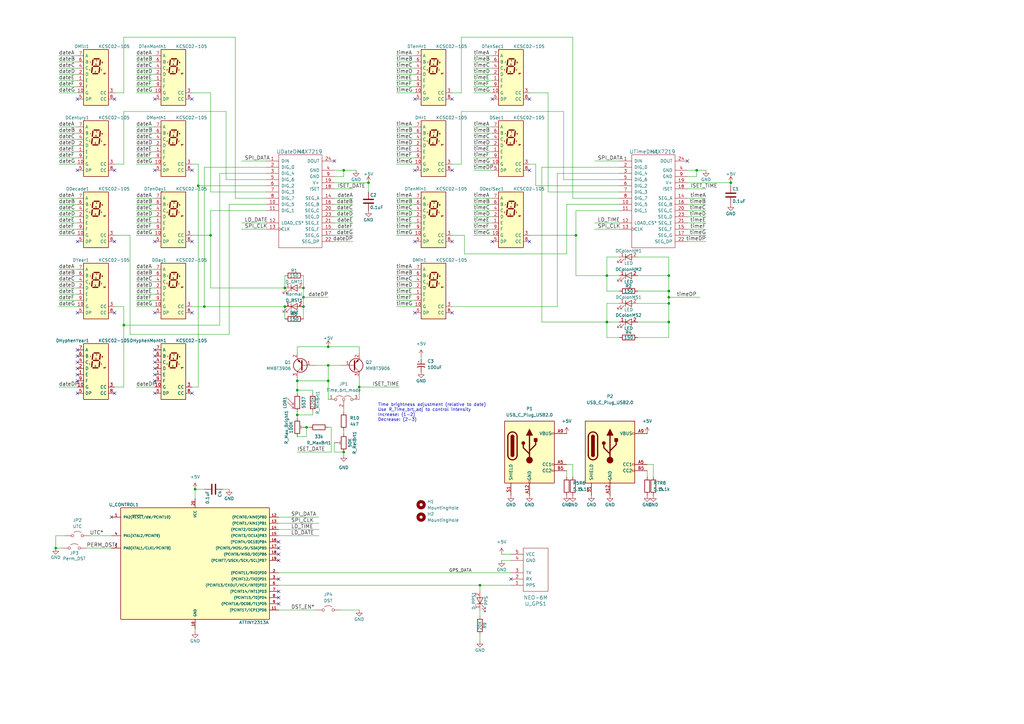
<source format=kicad_sch>
(kicad_sch (version 20231120) (generator "eeschema") (generator_version "8.0")
  (paper "A3")
  (junction (at 116.84 118.11))
  (junction (at 274.32 121.92))
  (junction (at 124.46 118.11))
  (junction (at 124.46 121.92))
  (junction (at 121.92 170.18))
  (junction (at 236.22 96.52))
  (junction (at 196.85 240.03))
  (junction (at 83.82 125.73))
  (junction (at 22.86 224.79))
  (junction (at 151.13 74.93))
  (junction (at 80.01 200.66))
  (junction (at 147.32 158.75))
  (junction (at 121.92 160.02))
  (junction (at 274.32 119.38))
  (junction (at 134.62 142.24))
  (junction (at 50.8 133.35))
  (junction (at 140.97 69.85))
  (junction (at 125.73 175.26))
  (junction (at 124.46 125.73))
  (junction (at 274.32 113.03))
  (junction (at 248.92 132.08))
  (junction (at 134.62 149.86))
  (junction (at 81.28 76.2))
  (junction (at 86.36 96.52))
  (junction (at 140.97 185.42))
  (junction (at 285.75 69.85))
  (junction (at 274.32 124.46))
  (junction (at 116.84 125.73))
  (junction (at 274.32 132.08))
  (junction (at 248.92 113.03))
  (junction (at 134.62 156.21))
  (junction (at 121.92 156.21))
  (junction (at 299.72 74.93))
  (no_connect (at 63.5 128.27))
  (no_connect (at 63.5 146.05))
  (no_connect (at 31.75 40.64))
  (no_connect (at 46.99 99.06))
  (no_connect (at 78.74 161.29))
  (no_connect (at 46.99 128.27))
  (no_connect (at 31.75 128.27))
  (no_connect (at 78.74 69.85))
  (no_connect (at 78.74 99.06))
  (no_connect (at 63.5 99.06))
  (no_connect (at 114.3 242.57))
  (no_connect (at 185.42 128.27))
  (no_connect (at 63.5 161.29))
  (no_connect (at 217.17 69.85))
  (no_connect (at 114.3 229.87))
  (no_connect (at 31.75 69.85))
  (no_connect (at 45.72 212.09))
  (no_connect (at 185.42 40.64))
  (no_connect (at 31.75 143.51))
  (no_connect (at 63.5 151.13))
  (no_connect (at 114.3 247.65))
  (no_connect (at 281.94 66.04))
  (no_connect (at 185.42 99.06))
  (no_connect (at 78.74 40.64))
  (no_connect (at 170.18 99.06))
  (no_connect (at 78.74 128.27))
  (no_connect (at 114.3 237.49))
  (no_connect (at 114.3 227.33))
  (no_connect (at 114.3 245.11))
  (no_connect (at 31.75 148.59))
  (no_connect (at 31.75 151.13))
  (no_connect (at 63.5 69.85))
  (no_connect (at 31.75 99.06))
  (no_connect (at 63.5 153.67))
  (no_connect (at 63.5 40.64))
  (no_connect (at 137.16 66.04))
  (no_connect (at 31.75 146.05))
  (no_connect (at 46.99 69.85))
  (no_connect (at 217.17 40.64))
  (no_connect (at 31.75 156.21))
  (no_connect (at 63.5 156.21))
  (no_connect (at 46.99 40.64))
  (no_connect (at 114.3 224.79))
  (no_connect (at 170.18 69.85))
  (no_connect (at 31.75 153.67))
  (no_connect (at 114.3 222.25))
  (no_connect (at 63.5 148.59))
  (no_connect (at 31.75 161.29))
  (no_connect (at 209.55 237.49))
  (no_connect (at 217.17 99.06))
  (no_connect (at 201.93 40.64))
  (no_connect (at 185.42 69.85))
  (no_connect (at 201.93 99.06))
  (no_connect (at 63.5 143.51))
  (no_connect (at 46.99 161.29))
  (no_connect (at 170.18 128.27))
  (no_connect (at 170.18 40.64))
  (wire (pts (xy 254 113.03) (xy 248.92 113.03)))
  (wire (pts (xy 274.32 121.92) (xy 287.02 121.92)))
  (wire (pts (xy 124.46 121.92) (xy 134.62 121.92)))
  (wire (pts (xy 274.32 124.46) (xy 274.32 132.08)))
  (wire (pts (xy 31.75 57.15) (xy 24.13 57.15)))
  (wire (pts (xy 232.41 190.5) (xy 234.95 190.5)))
  (wire (pts (xy 170.18 115.57) (xy 162.56 115.57)))
  (wire (pts (xy 31.75 91.44) (xy 24.13 91.44)))
  (wire (pts (xy 134.62 149.86) (xy 139.7 149.86)))
  (wire (pts (xy 137.16 83.82) (xy 144.78 83.82)))
  (wire (pts (xy 274.32 138.43) (xy 274.32 132.08)))
  (wire (pts (xy 63.5 115.57) (xy 55.88 115.57)))
  (wire (pts (xy 93.98 83.82) (xy 109.22 83.82)))
  (wire (pts (xy 109.22 66.04) (xy 99.06 66.04)))
  (wire (pts (xy 31.75 118.11) (xy 24.13 118.11)))
  (wire (pts (xy 135.89 185.42) (xy 121.92 185.42)))
  (wire (pts (xy 209.55 240.03) (xy 196.85 240.03)))
  (wire (pts (xy 135.89 175.26) (xy 135.89 185.42)))
  (wire (pts (xy 121.92 168.91) (xy 121.92 170.18)))
  (wire (pts (xy 109.22 93.98) (xy 99.06 93.98)))
  (wire (pts (xy 201.93 22.86) (xy 194.31 22.86)))
  (wire (pts (xy 140.97 72.39) (xy 140.97 69.85)))
  (wire (pts (xy 285.75 72.39) (xy 285.75 69.85)))
  (wire (pts (xy 78.74 125.73) (xy 83.82 125.73)))
  (wire (pts (xy 86.36 86.36) (xy 86.36 96.52)))
  (wire (pts (xy 201.93 33.02) (xy 194.31 33.02)))
  (wire (pts (xy 170.18 64.77) (xy 162.56 64.77)))
  (wire (pts (xy 274.32 121.92) (xy 274.32 119.38)))
  (wire (pts (xy 86.36 78.74) (xy 109.22 78.74)))
  (wire (pts (xy 109.22 86.36) (xy 86.36 86.36)))
  (wire (pts (xy 81.28 158.75) (xy 81.28 76.2)))
  (wire (pts (xy 114.3 212.09) (xy 130.81 212.09)))
  (wire (pts (xy 31.75 33.02) (xy 24.13 33.02)))
  (wire (pts (xy 22.86 224.79) (xy 25.4 224.79)))
  (wire (pts (xy 31.75 93.98) (xy 24.13 93.98)))
  (wire (pts (xy 90.17 133.35) (xy 90.17 71.12)))
  (wire (pts (xy 217.17 96.52) (xy 236.22 96.52)))
  (wire (pts (xy 170.18 33.02) (xy 162.56 33.02)))
  (wire (pts (xy 274.32 105.41) (xy 274.32 113.03)))
  (wire (pts (xy 81.28 67.31) (xy 81.28 76.2)))
  (wire (pts (xy 63.5 64.77) (xy 55.88 64.77)))
  (wire (pts (xy 201.93 52.07) (xy 194.31 52.07)))
  (wire (pts (xy 63.5 158.75) (xy 55.88 158.75)))
  (wire (pts (xy 140.97 177.8) (xy 140.97 176.53)))
  (wire (pts (xy 50.8 133.35) (xy 50.8 158.75)))
  (wire (pts (xy 63.5 120.65) (xy 55.88 120.65)))
  (wire (pts (xy 190.5 96.52) (xy 190.5 104.14)))
  (wire (pts (xy 254 124.46) (xy 248.92 124.46)))
  (wire (pts (xy 201.93 64.77) (xy 194.31 64.77)))
  (wire (pts (xy 170.18 86.36) (xy 162.56 86.36)))
  (wire (pts (xy 63.5 125.73) (xy 55.88 125.73)))
  (wire (pts (xy 201.93 59.69) (xy 194.31 59.69)))
  (wire (pts (xy 96.52 81.28) (xy 96.52 15.24)))
  (wire (pts (xy 139.7 250.19) (xy 147.32 250.19)))
  (wire (pts (xy 116.84 125.73) (xy 116.84 130.81)))
  (wire (pts (xy 114.3 219.71) (xy 130.81 219.71)))
  (wire (pts (xy 170.18 30.48) (xy 162.56 30.48)))
  (wire (pts (xy 281.94 83.82) (xy 289.56 83.82)))
  (wire (pts (xy 261.62 113.03) (xy 274.32 113.03)))
  (wire (pts (xy 170.18 67.31) (xy 162.56 67.31)))
  (wire (pts (xy 170.18 113.03) (xy 162.56 113.03)))
  (wire (pts (xy 124.46 113.03) (xy 124.46 118.11)))
  (wire (pts (xy 254 86.36) (xy 236.22 86.36)))
  (wire (pts (xy 201.93 86.36) (xy 194.31 86.36)))
  (wire (pts (xy 78.74 158.75) (xy 81.28 158.75)))
  (wire (pts (xy 170.18 62.23) (xy 162.56 62.23)))
  (wire (pts (xy 50.8 125.73) (xy 46.99 125.73)))
  (wire (pts (xy 31.75 54.61) (xy 24.13 54.61)))
  (wire (pts (xy 217.17 67.31) (xy 219.71 67.31)))
  (wire (pts (xy 281.94 86.36) (xy 289.56 86.36)))
  (wire (pts (xy 170.18 123.19) (xy 162.56 123.19)))
  (wire (pts (xy 201.93 35.56) (xy 194.31 35.56)))
  (wire (pts (xy 31.75 38.1) (xy 24.13 38.1)))
  (wire (pts (xy 274.32 113.03) (xy 274.32 119.38)))
  (wire (pts (xy 63.5 54.61) (xy 55.88 54.61)))
  (wire (pts (xy 170.18 118.11) (xy 162.56 118.11)))
  (wire (pts (xy 31.75 62.23) (xy 24.13 62.23)))
  (wire (pts (xy 31.75 52.07) (xy 24.13 52.07)))
  (wire (pts (xy 92.71 45.72) (xy 50.8 45.72)))
  (wire (pts (xy 201.93 30.48) (xy 194.31 30.48)))
  (wire (pts (xy 121.92 156.21) (xy 121.92 160.02)))
  (wire (pts (xy 31.75 67.31) (xy 24.13 67.31)))
  (wire (pts (xy 134.62 156.21) (xy 134.62 149.86)))
  (wire (pts (xy 63.5 91.44) (xy 55.88 91.44)))
  (wire (pts (xy 170.18 57.15) (xy 162.56 57.15)))
  (wire (pts (xy 63.5 96.52) (xy 55.88 96.52)))
  (wire (pts (xy 50.8 133.35) (xy 90.17 133.35)))
  (wire (pts (xy 63.5 35.56) (xy 55.88 35.56)))
  (wire (pts (xy 31.75 113.03) (xy 24.13 113.03)))
  (wire (pts (xy 170.18 125.73) (xy 162.56 125.73)))
  (wire (pts (xy 281.94 74.93) (xy 299.72 74.93)))
  (wire (pts (xy 201.93 91.44) (xy 194.31 91.44)))
  (wire (pts (xy 63.5 33.02) (xy 55.88 33.02)))
  (wire (pts (xy 170.18 54.61) (xy 162.56 54.61)))
  (wire (pts (xy 31.75 25.4) (xy 24.13 25.4)))
  (wire (pts (xy 232.41 193.04) (xy 232.41 195.58)))
  (wire (pts (xy 31.75 115.57) (xy 24.13 115.57)))
  (wire (pts (xy 232.41 83.82) (xy 232.41 104.14)))
  (wire (pts (xy 170.18 35.56) (xy 162.56 35.56)))
  (wire (pts (xy 281.94 99.06) (xy 289.56 99.06)))
  (wire (pts (xy 31.75 81.28) (xy 24.13 81.28)))
  (wire (pts (xy 63.5 81.28) (xy 55.88 81.28)))
  (wire (pts (xy 63.5 67.31) (xy 55.88 67.31)))
  (wire (pts (xy 53.34 96.52) (xy 46.99 96.52)))
  (wire (pts (xy 46.99 67.31) (xy 50.8 67.31)))
  (wire (pts (xy 201.93 81.28) (xy 194.31 81.28)))
  (wire (pts (xy 201.93 27.94) (xy 194.31 27.94)))
  (wire (pts (xy 121.92 142.24) (xy 134.62 142.24)))
  (wire (pts (xy 248.92 119.38) (xy 248.92 113.03)))
  (wire (pts (xy 248.92 105.41) (xy 254 105.41)))
  (wire (pts (xy 31.75 64.77) (xy 24.13 64.77)))
  (wire (pts (xy 201.93 38.1) (xy 194.31 38.1)))
  (wire (pts (xy 254 66.04) (xy 243.84 66.04)))
  (wire (pts (xy 137.16 88.9) (xy 144.78 88.9)))
  (wire (pts (xy 81.28 76.2) (xy 109.22 76.2)))
  (wire (pts (xy 254 68.58) (xy 222.25 68.58)))
  (wire (pts (xy 46.99 38.1) (xy 50.8 38.1)))
  (wire (pts (xy 121.92 170.18) (xy 128.27 170.18)))
  (wire (pts (xy 254 119.38) (xy 248.92 119.38)))
  (wire (pts (xy 83.82 68.58) (xy 83.82 125.73)))
  (wire (pts (xy 201.93 83.82) (xy 194.31 83.82)))
  (wire (pts (xy 281.94 72.39) (xy 285.75 72.39)))
  (wire (pts (xy 201.93 69.85) (xy 194.31 69.85)))
  (wire (pts (xy 137.16 181.61) (xy 137.16 185.42)))
  (wire (pts (xy 129.54 149.86) (xy 134.62 149.86)))
  (wire (pts (xy 201.93 88.9) (xy 194.31 88.9)))
  (wire (pts (xy 86.36 96.52) (xy 86.36 118.11)))
  (wire (pts (xy 222.25 68.58) (xy 222.25 132.08)))
  (wire (pts (xy 83.82 125.73) (xy 116.84 125.73)))
  (wire (pts (xy 231.14 45.72) (xy 189.23 45.72)))
  (wire (pts (xy 114.3 214.63) (xy 130.81 214.63)))
  (wire (pts (xy 121.92 160.02) (xy 128.27 160.02)))
  (wire (pts (xy 63.5 52.07) (xy 55.88 52.07)))
  (wire (pts (xy 137.16 81.28) (xy 144.78 81.28)))
  (wire (pts (xy 114.3 217.17) (xy 130.81 217.17)))
  (wire (pts (xy 196.85 240.03) (xy 114.3 240.03)))
  (wire (pts (xy 281.94 91.44) (xy 289.56 91.44)))
  (wire (pts (xy 121.92 160.02) (xy 121.92 161.29)))
  (wire (pts (xy 83.82 200.66) (xy 80.01 200.66)))
  (wire (pts (xy 140.97 168.91) (xy 140.97 167.64)))
  (wire (pts (xy 137.16 69.85) (xy 140.97 69.85)))
  (wire (pts (xy 36.83 219.71) (xy 45.72 219.71)))
  (wire (pts (xy 172.72 146.05) (xy 172.72 147.32)))
  (wire (pts (xy 254 138.43) (xy 248.92 138.43)))
  (wire (pts (xy 201.93 54.61) (xy 194.31 54.61)))
  (wire (pts (xy 63.5 93.98) (xy 55.88 93.98)))
  (wire (pts (xy 109.22 81.28) (xy 96.52 81.28)))
  (wire (pts (xy 135.89 175.26) (xy 134.62 175.26)))
  (wire (pts (xy 274.32 121.92) (xy 274.32 124.46)))
  (wire (pts (xy 63.5 30.48) (xy 55.88 30.48)))
  (wire (pts (xy 170.18 83.82) (xy 162.56 83.82)))
  (wire (pts (xy 137.16 185.42) (xy 140.97 185.42)))
  (wire (pts (xy 31.75 96.52) (xy 24.13 96.52)))
  (wire (pts (xy 134.62 156.21) (xy 134.62 163.83)))
  (wire (pts (xy 209.55 229.87) (xy 205.74 229.87)))
  (wire (pts (xy 31.75 22.86) (xy 24.13 22.86)))
  (wire (pts (xy 63.5 118.11) (xy 55.88 118.11)))
  (wire (pts (xy 121.92 154.94) (xy 121.92 156.21)))
  (wire (pts (xy 31.75 59.69) (xy 24.13 59.69)))
  (wire (pts (xy 137.16 93.98) (xy 144.78 93.98)))
  (wire (pts (xy 109.22 73.66) (xy 92.71 73.66)))
  (wire (pts (xy 147.32 154.94) (xy 147.32 158.75)))
  (wire (pts (xy 281.94 88.9) (xy 289.56 88.9)))
  (wire (pts (xy 121.92 144.78) (xy 121.92 142.24)))
  (wire (pts (xy 63.5 123.19) (xy 55.88 123.19)))
  (wire (pts (xy 299.72 74.93) (xy 299.72 76.2)))
  (wire (pts (xy 189.23 15.24) (xy 189.23 38.1)))
  (wire (pts (xy 170.18 91.44) (xy 162.56 91.44)))
  (wire (pts (xy 125.73 175.26) (xy 125.73 179.07)))
  (wire (pts (xy 22.86 219.71) (xy 22.86 224.79)))
  (wire (pts (xy 201.93 62.23) (xy 194.31 62.23)))
  (wire (pts (xy 140.97 69.85) (xy 146.05 69.85)))
  (wire (pts (xy 281.94 69.85) (xy 285.75 69.85)))
  (wire (pts (xy 265.43 193.04) (xy 265.43 195.58)))
  (wire (pts (xy 261.62 124.46) (xy 274.32 124.46)))
  (wire (pts (xy 196.85 260.35) (xy 196.85 262.89)))
  (wire (pts (xy 170.18 25.4) (xy 162.56 25.4)))
  (wire (pts (xy 96.52 15.24) (xy 50.8 15.24)))
  (wire (pts (xy 170.18 93.98) (xy 162.56 93.98)))
  (wire (pts (xy 170.18 81.28) (xy 162.56 81.28)))
  (wire (pts (xy 170.18 88.9) (xy 162.56 88.9)))
  (wire (pts (xy 137.16 96.52) (xy 144.78 96.52)))
  (wire (pts (xy 185.42 38.1) (xy 189.23 38.1)))
  (wire (pts (xy 228.6 71.12) (xy 254 71.12)))
  (wire (pts (xy 224.79 78.74) (xy 254 78.74)))
  (wire (pts (xy 217.17 38.1) (xy 224.79 38.1)))
  (wire (pts (xy 31.75 88.9) (xy 24.13 88.9)))
  (wire (pts (xy 151.13 78.74) (xy 151.13 74.93)))
  (wire (pts (xy 63.5 57.15) (xy 55.88 57.15)))
  (wire (pts (xy 281.94 81.28) (xy 289.56 81.28)))
  (wire (pts (xy 63.5 22.86) (xy 55.88 22.86)))
  (wire (pts (xy 219.71 67.31) (xy 219.71 76.2)))
  (wire (pts (xy 196.85 250.19) (xy 196.85 252.73)))
  (wire (pts (xy 124.46 118.11) (xy 124.46 121.92)))
  (wire (pts (xy 261.62 138.43) (xy 274.32 138.43)))
  (wire (pts (xy 63.5 113.03) (xy 55.88 113.03)))
  (wire (pts (xy 261.62 132.08) (xy 274.32 132.08)))
  (wire (pts (xy 78.74 67.31) (xy 81.28 67.31)))
  (wire (pts (xy 50.8 45.72) (xy 50.8 67.31)))
  (wire (pts (xy 125.73 175.26) (xy 127 175.26)))
  (wire (pts (xy 236.22 113.03) (xy 248.92 113.03)))
  (wire (pts (xy 31.75 158.75) (xy 24.13 158.75)))
  (wire (pts (xy 63.5 59.69) (xy 55.88 59.69)))
  (wire (pts (xy 234.95 81.28) (xy 234.95 15.24)))
  (wire (pts (xy 121.92 170.18) (xy 121.92 171.45)))
  (wire (pts (xy 50.8 125.73) (xy 50.8 133.35)))
  (wire (pts (xy 248.92 138.43) (xy 248.92 132.08)))
  (wire (pts (xy 86.36 118.11) (xy 116.84 118.11)))
  (wire (pts (xy 234.95 190.5) (xy 234.95 195.58)))
  (wire (pts (xy 137.16 99.06) (xy 144.78 99.06)))
  (wire (pts (xy 116.84 113.03) (xy 116.84 118.11)))
  (wire (pts (xy 189.23 45.72) (xy 189.23 67.31)))
  (wire (pts (xy 128.27 168.91) (xy 128.27 170.18)))
  (wire (pts (xy 124.46 121.92) (xy 124.46 125.73)))
  (wire (pts (xy 109.22 68.58) (xy 83.82 68.58)))
  (wire (pts (xy 281.94 96.52) (xy 289.56 96.52)))
  (wire (pts (xy 196.85 240.03) (xy 196.85 242.57)))
  (wire (pts (xy 170.18 27.94) (xy 162.56 27.94)))
  (wire (pts (xy 26.67 219.71) (xy 22.86 219.71)))
  (wire (pts (xy 86.36 38.1) (xy 86.36 78.74)))
  (wire (pts (xy 170.18 110.49) (xy 162.56 110.49)))
  (wire (pts (xy 93.98 137.16) (xy 93.98 83.82)))
  (wire (pts (xy 222.25 132.08) (xy 248.92 132.08)))
  (wire (pts (xy 147.32 158.75) (xy 163.83 158.75)))
  (wire (pts (xy 236.22 86.36) (xy 236.22 96.52)))
  (wire (pts (xy 267.97 190.5) (xy 267.97 195.58)))
  (wire (pts (xy 201.93 93.98) (xy 194.31 93.98)))
  (wire (pts (xy 31.75 123.19) (xy 24.13 123.19)))
  (wire (pts (xy 35.56 224.79) (xy 45.72 224.79)))
  (wire (pts (xy 170.18 38.1) (xy 162.56 38.1)))
  (wire (pts (xy 90.17 71.12) (xy 109.22 71.12)))
  (wire (pts (xy 201.93 25.4) (xy 194.31 25.4)))
  (wire (pts (xy 93.98 200.66) (xy 91.44 200.66)))
  (wire (pts (xy 31.75 83.82) (xy 24.13 83.82)))
  (wire (pts (xy 285.75 69.85) (xy 289.56 69.85)))
  (wire (pts (xy 53.34 137.16) (xy 93.98 137.16)))
  (wire (pts (xy 137.16 72.39) (xy 140.97 72.39)))
  (wire (pts (xy 137.16 77.47) (xy 144.78 77.47)))
  (wire (pts (xy 63.5 62.23) (xy 55.88 62.23)))
  (wire (pts (xy 53.34 96.52) (xy 53.34 137.16)))
  (wire (pts (xy 170.18 52.07) (xy 162.56 52.07)))
  (wire (pts (xy 31.75 120.65) (xy 24.13 120.65)))
  (wire (pts (xy 248.92 113.03) (xy 248.92 105.41)))
  (wire (pts (xy 228.6 125.73) (xy 228.6 71.12)))
  (wire (pts (xy 137.16 91.44) (xy 144.78 91.44)))
  (wire (pts (xy 63.5 110.49) (xy 55.88 110.49)))
  (wire (pts (xy 31.75 110.49) (xy 24.13 110.49)))
  (wire (pts (xy 125.73 179.07) (xy 121.92 179.07)))
  (wire (pts (xy 281.94 77.47) (xy 289.56 77.47)))
  (wire (pts (xy 109.22 91.44) (xy 99.06 91.44)))
  (wire (pts (xy 140.97 185.42) (xy 140.97 186.69)))
  (wire (pts (xy 224.79 38.1) (xy 224.79 78.74)))
  (wire (pts (xy 78.74 38.1) (xy 86.36 38.1)))
  (wire (pts (xy 190.5 104.14) (xy 232.41 104.14)))
  (wire (pts (xy 63.5 88.9) (xy 55.88 88.9)))
  (wire (pts (xy 80.01 200.66) (xy 80.01 204.47)))
  (wire (pts (xy 129.54 250.19) (xy 114.3 250.19)))
  (wire (pts (xy 63.5 83.82) (xy 55.88 83.82)))
  (wire (pts (xy 170.18 120.65) (xy 162.56 120.65)))
  (wire (pts (xy 31.75 27.94) (xy 24.13 27.94)))
  (wire (pts (xy 121.92 156.21) (xy 134.62 156.21)))
  (wire (pts (xy 185.42 96.52) (xy 190.5 96.52)))
  (wire (pts (xy 265.43 190.5) (xy 267.97 190.5)))
  (wire (pts (xy 63.5 27.94) (xy 55.88 27.94)))
  (wire (pts (xy 151.13 74.93) (xy 137.16 74.93)))
  (wire (pts (xy 170.18 59.69) (xy 162.56 59.69)))
  (wire (pts (xy 63.5 38.1) (xy 55.88 38.1)))
  (wire (pts (xy 134.62 142.24) (xy 147.32 142.24)))
  (wire (pts (xy 236.22 96.52) (xy 236.22 113.03)))
  (wire (pts (xy 261.62 105.41) (xy 274.32 105.41)))
  (wire (pts (xy 231.14 73.66) (xy 231.14 45.72)))
  (wire (pts (xy 50.8 15.24) (xy 50.8 38.1)))
  (wire (pts (xy 31.75 30.48) (xy 24.13 30.48)))
  (wire (pts (xy 124.46 125.73) (xy 124.46 130.81)))
  (wire (pts (xy 201.93 57.15) (xy 194.31 57.15)))
  (wire (pts (xy 232.41 83.82) (xy 254 83.82)))
  (wire (pts (xy 63.5 86.36) (xy 55.88 86.36)))
  (wire (pts (xy 281.94 93.98) (xy 289.56 93.98)))
  (wire (pts (xy 92.71 73.66) (xy 92.71 45.72)))
  (wire (pts (xy 254 91.44) (xy 243.84 91.44)))
  (wire (pts (xy 254 73.66) (xy 231.14 73.66)))
  (wire (pts (xy 219.71 76.2) (xy 254 76.2)))
  (wire (pts (xy 248.92 124.46) (xy 248.92 132.08)))
  (wire (pts (xy 254 81.28) (xy 234.95 81.28)))
  (wire (pts (xy 170.18 22.86) (xy 162.56 22.86)))
  (wire (pts (xy 31.75 125.73) (xy 24.13 125.73)))
  (wire (pts (xy 128.27 161.29) (xy 128.27 160.02)))
  (wire (pts (xy 137.16 86.36) (xy 144.78 86.36)))
  (wire (pts (xy 63.5 25.4) (xy 55.88 25.4)))
  (wire (pts (xy 261.62 119.38) (xy 274.32 119.38)))
  (wire (pts (xy 209.55 234.95) (xy 114.3 234.95)))
  (wire (pts (xy 234.95 15.24) (xy 189.23 15.24)))
  (wire (pts (xy 201.93 67.31) (xy 194.31 67.31)))
  (wire (pts (xy 185.42 67.31) (xy 189.23 67.31)))
  (wire (pts (xy 80.01 257.81) (xy 80.01 259.08)))
  (wire (pts (xy 31.75 86.36) (xy 24.13 86.36)))
  (wire (pts (xy 254 93.98) (xy 243.84 93.98)))
  (wire (pts (xy 170.18 96.52) (xy 162.56 96.52)))
  (wire (pts (xy 185.42 125.73) (xy 228.6 125.73)))
  (wire (pts (xy 248.92 132.08) (xy 254 132.08)))
  (wire (pts (xy 201.93 96.52) (xy 194.31 96.52)))
  (wire (pts (xy 50.8 158.75) (xy 46.99 158.75)))
  (wire (pts (xy 147.32 158.75) (xy 147.32 163.83)))
  (wire (pts (xy 205.74 227.33) (xy 209.55 227.33)))
  (wire (pts (xy 31.75 35.56) (xy 24.13 35.56)))
  (wire (pts (xy 147.32 142.24) (xy 147.32 144.78)))
  (wire (pts (xy 78.74 96.52) (xy 86.36 96.52)))
  (text "Time brightness adjustment (relative to date)\nUse R_Time_brt_adj to control intensity\nIncrease: (1-2)\nDecrease: (2-3)\n\n" (at 154.94 165.354 0) (effects (font (size 1.27 1.27)) (justify left top)))
  (label "dateA" (at 24.13 81.28 0) (effects (font (size 1.524 1.524))))
  (label "timeG" (at 162.56 67.31 0) (effects (font (size 1.524 1.524))))
  (label "SPI_CLK" (at 119.38 214.63 0) (effects (font (size 1.524 1.524))))
  (label "dateA" (at 24.13 110.49 0) (effects (font (size 1.524 1.524))))
  (label "dateE" (at 24.13 120.65 0) (effects (font (size 1.524 1.524))))
  (label "timeC" (at 162.56 27.94 0) (effects (font (size 1.524 1.524))))
  (label "dateF" (at 55.88 64.77 0) (effects (font (size 1.524 1.524))))
  (label "ISET_DATE" (at 121.92 185.42 0) (effects (font (size 1.524 1.524))))
  (label "timeE" (at 162.56 91.44 0) (effects (font (size 1.524 1.524))))
  (label "timeF" (at 289.56 93.98 180) (effects (font (size 1.524 1.524))))
  (label "dateG" (at 55.88 125.73 0) (effects (font (size 1.524 1.524))))
  (label "dateDP" (at 24.13 158.75 0) (effects (font (size 1.524 1.524))))
  (label "timeD" (at 162.56 88.9 0) (effects (font (size 1.524 1.524))))
  (label "dateE" (at 24.13 33.02 0) (effects (font (size 1.524 1.524))))
  (label "dateC" (at 55.88 86.36 0) (effects (font (size 1.524 1.524))))
  (label "SPI_CLK" (at 100.33 93.98 0) (effects (font (size 1.524 1.524))))
  (label "dateF" (at 55.88 35.56 0) (effects (font (size 1.524 1.524))))
  (label "dateDP" (at 144.78 99.06 180) (effects (font (size 1.524 1.524))))
  (label "timeC" (at 194.31 57.15 0) (effects (font (size 1.524 1.524))))
  (label "timeB" (at 162.56 25.4 0) (effects (font (size 1.524 1.524))))
  (label "dateD" (at 24.13 88.9 0) (effects (font (size 1.524 1.524))))
  (label "dateD" (at 55.88 30.48 0) (effects (font (size 1.524 1.524))))
  (label "timeF" (at 194.31 64.77 0) (effects (font (size 1.524 1.524))))
  (label "SPI_CLK" (at 245.11 93.98 0) (effects (font (size 1.524 1.524))))
  (label "dateG" (at 24.13 125.73 0) (effects (font (size 1.524 1.524))))
  (label "dateF" (at 24.13 123.19 0) (effects (font (size 1.524 1.524))))
  (label "dateA" (at 24.13 52.07 0) (effects (font (size 1.524 1.524))))
  (label "dateG" (at 55.88 38.1 0) (effects (font (size 1.524 1.524))))
  (label "timeDP" (at 194.31 69.85 0) (effects (font (size 1.524 1.524))))
  (label "dateB" (at 24.13 113.03 0) (effects (font (size 1.524 1.524))))
  (label "dateD" (at 144.78 88.9 180) (effects (font (size 1.524 1.524))))
  (label "timeA" (at 194.31 52.07 0) (effects (font (size 1.524 1.524))))
  (label "timeG" (at 162.56 38.1 0) (effects (font (size 1.524 1.524))))
  (label "timeA" (at 194.31 22.86 0) (effects (font (size 1.524 1.524))))
  (label "dateC" (at 144.78 86.36 180) (effects (font (size 1.524 1.524))))
  (label "timeB" (at 162.56 113.03 0) (effects (font (size 1.524 1.524))))
  (label "dateD" (at 24.13 30.48 0) (effects (font (size 1.524 1.524))))
  (label "timeA" (at 162.56 110.49 0) (effects (font (size 1.524 1.524))))
  (label "timeG" (at 162.56 125.73 0) (effects (font (size 1.524 1.524))))
  (label "dateF" (at 24.13 93.98 0) (effects (font (size 1.524 1.524))))
  (label "GPS_DATA" (at 184.15 234.95 0))
  (label "ISET_TIME" (at 163.83 158.75 180) (effects (font (size 1.524 1.524))))
  (label "dateB" (at 24.13 54.61 0) (effects (font (size 1.524 1.524))))
  (label "timeA" (at 289.56 81.28 180) (effects (font (size 1.524 1.524))))
  (label "dateG" (at 24.13 38.1 0) (effects (font (size 1.524 1.524))))
  (label "timeDP" (at 289.56 99.06 180) (effects (font (size 1.524 1.524))))
  (label "ISET_TIME" (at 283.21 77.47 0) (effects (font (size 1.524 1.524))))
  (label "dateE" (at 24.13 91.44 0) (effects (font (size 1.524 1.524))))
  (label "dateF" (at 24.13 64.77 0) (effects (font (size 1.524 1.524))))
  (label "dateB" (at 55.88 113.03 0) (effects (font (size 1.524 1.524))))
  (label "timeD" (at 162.56 59.69 0) (effects (font (size 1.524 1.524))))
  (label "timeD" (at 162.56 118.11 0) (effects (font (size 1.524 1.524))))
  (label "timeD" (at 194.31 88.9 0) (effects (font (size 1.524 1.524))))
  (label "timeG" (at 194.31 67.31 0) (effects (font (size 1.524 1.524))))
  (label "dateDP" (at 134.62 121.92 180) (effects (font (size 1.524 1.524))))
  (label "dateC" (at 55.88 27.94 0) (effects (font (size 1.524 1.524))))
  (label "timeF" (at 162.56 64.77 0) (effects (font (size 1.524 1.524))))
  (label "timeG" (at 194.31 38.1 0) (effects (font (size 1.524 1.524))))
  (label "LD_TIME" (at 245.11 91.44 0) (effects (font (size 1.524 1.524))))
  (label "dateD" (at 55.88 118.11 0) (effects (font (size 1.524 1.524))))
  (label "timeC" (at 194.31 86.36 0) (effects (font (size 1.524 1.524))))
  (label "timeD" (at 289.56 88.9 180) (effects (font (size 1.524 1.524))))
  (label "dateG" (at 24.13 96.52 0) (effects (font (size 1.524 1.524))))
  (label "SPI_DATA" (at 119.38 212.09 0) (effects (font (size 1.524 1.524))))
  (label "PERM_DST*" (at 35.56 224.79 0) (effects (font (size 1.524 1.524))))
  (label "timeA" (at 194.31 81.28 0) (effects (font (size 1.524 1.524))))
  (label "dateD" (at 24.13 118.11 0) (effects (font (size 1.524 1.524))))
  (label "dateB" (at 24.13 25.4 0) (effects (font (size 1.524 1.524))))
  (label "dateE" (at 55.88 62.23 0) (effects (font (size 1.524 1.524))))
  (label "dateE" (at 55.88 120.65 0) (effects (font (size 1.524 1.524))))
  (label "LD_DATE" (at 119.38 219.71 0) (effects (font (size 1.524 1.524))))
  (label "timeC" (at 162.56 57.15 0) (effects (font (size 1.524 1.524))))
  (label "dateB" (at 24.13 83.82 0) (effects (font (size 1.524 1.524))))
  (label "timeE" (at 289.56 91.44 180) (effects (font (size 1.524 1.524))))
  (label "dateA" (at 55.88 81.28 0) (effects (font (size 1.524 1.524))))
  (label "timeD" (at 162.56 30.48 0) (effects (font (size 1.524 1.524))))
  (label "timeC" (at 289.56 86.36 180) (effects (font (size 1.524 1.524))))
  (label "timeF" (at 162.56 123.19 0) (effects (font (size 1.524 1.524))))
  (label "dateG" (at 55.88 96.52 0) (effects (font (size 1.524 1.524))))
  (label "dateE" (at 24.13 62.23 0) (effects (font (size 1.524 1.524))))
  (label "dateB" (at 55.88 25.4 0) (effects (font (size 1.524 1.524))))
  (label "timeB" (at 194.31 54.61 0) (effects (font (size 1.524 1.524))))
  (label "timeF" (at 194.31 93.98 0) (effects (font (size 1.524 1.524))))
  (label "SPI_DATA" (at 100.33 66.04 0) (effects (font (size 1.524 1.524))))
  (label "timeE" (at 162.56 120.65 0) (effects (font (size 1.524 1.524))))
  (label "ISET_DATE" (at 138.43 77.47 0) (effects (font (size 1.524 1.524))))
  (label "dateC" (at 24.13 86.36 0) (effects (font (size 1.524 1.524))))
  (label "timeE" (at 194.31 33.02 0) (effects (font (size 1.524 1.524))))
  (label "timeA" (at 162.56 81.28 0) (effects (font (size 1.524 1.524))))
  (label "dateB" (at 55.88 83.82 0) (effects (font (size 1.524 1.524))))
  (label "dateF" (at 144.78 93.98 180) (effects (font (size 1.524 1.524))))
  (label "timeE" (at 162.56 62.23 0) (effects (font (size 1.524 1.524))))
  (label "dateC" (at 24.13 27.94 0) (effects (font (size 1.524 1.524))))
  (label "dateC" (at 24.13 57.15 0) (effects (font (size 1.524 1.524))))
  (label "timeB" (at 289.56 83.82 180) (effects (font (size 1.524 1.524))))
  (label "LD_TIME" (at 119.38 217.17 0) (effects (font (size 1.524 1.524))))
  (label "DST_EN*" (at 119.38 250.19 0) (effects (font (size 1.524 1.524))))
  (label "timeA" (at 162.56 52.07 0) (effects (font (size 1.524 1.524))))
  (label "timeB" (at 162.56 83.82 0) (effects (font (size 1.524 1.524))))
  (label "dateD" (at 55.88 59.69 0) (effects (font (size 1.524 1.524))))
  (label "dateF" (at 55.88 123.19 0) (effects (font (size 1.524 1.524))))
  (label "dateB" (at 55.88 54.61 0) (effects (font (size 1.524 1.524))))
  (label "timeE" (at 194.31 62.23 0) (effects (font (size 1.524 1.524))))
  (label "dateDP" (at 55.88 158.75 0) (effects (font (size 1.524 1.524))))
  (label "timeA" (at 162.56 22.86 0) (effects (font (size 1.524 1.524))))
  (label "timeDP" (at 285.75 121.92 180) (effects (font (size 1.524 1.524))))
  (label "timeD" (at 194.31 30.48 0) (effects (font (size 1.524 1.524))))
  (label "dateD" (at 55.88 88.9 0) (effects (font (size 1.524 1.524))))
  (label "timeB" (at 194.31 25.4 0) (effects (font (size 1.524 1.524))))
  (label "dateE" (at 55.88 33.02 0) (effects (font (size 1.524 1.524))))
  (label "timeD" (at 194.31 59.69 0) (effects (font (size 1.524 1.524))))
  (label "dateA" (at 55.88 110.49 0) (effects (font (size 1.524 1.524))))
  (label "dateA" (at 55.88 52.07 0) (effects (font (size 1.524 1.524))))
  (label "dateA" (at 144.78 81.28 180) (effects (font (size 1.524 1.524))))
  (label "LD_DATE" (at 100.33 91.44 0) (effects (font (size 1.524 1.524))))
  (label "dateA" (at 24.13 22.86 0) (effects (font (size 1.524 1.524))))
  (label "dateF" (at 55.88 93.98 0) (effects (font (size 1.524 1.524))))
  (label "dateB" (at 144.78 83.82 180) (effects (font (size 1.524 1.524))))
  (label "timeB" (at 162.56 54.61 0) (effects (font (size 1.524 1.524))))
  (label "timeG" (at 162.56 96.52 0) (effects (font (size 1.524 1.524))))
  (label "timeF" (at 162.56 35.56 0) (effects (font (size 1.524 1.524))))
  (label "timeE" (at 162.56 33.02 0) (effects (font (size 1.524 1.524))))
  (label "dateC" (at 24.13 115.57 0) (effects (font (size 1.524 1.524))))
  (label "dateA" (at 55.88 22.86 0) (effects (font (size 1.524 1.524))))
  (label "timeC" (at 194.31 27.94 0) (effects (font (size 1.524 1.524))))
  (label "dateG" (at 55.88 67.31 0) (effects (font (size 1.524 1.524))))
  (label "dateD" (at 24.13 59.69 0) (effects (font (size 1.524 1.524))))
  (label "dateF" (at 24.13 35.56 0) (effects (font (size 1.524 1.524))))
  (label "dateC" (at 55.88 57.15 0) (effects (font (size 1.524 1.524))))
  (label "dateE" (at 144.78 91.44 180) (effects (font (size 1.524 1.524))))
  (label "dateC" (at 55.88 115.57 0) (effects (font (size 1.524 1.524))))
  (label "dateG" (at 144.78 96.52 180) (effects (font (size 1.524 1.524))))
  (label "timeB" (at 194.31 83.82 0) (effects (font (size 1.524 1.524))))
  (label "UTC*" (at 36.83 219.71 0) (effects (font (size 1.524 1.524))))
  (label "timeG" (at 194.31 96.52 0) (effects (font (size 1.524 1.524))))
  (label "dateE" (at 55.88 91.44 0) (effects (font (size 1.524 1.524))))
  (label "timeC" (at 162.56 86.36 0) (effects (font (size 1.524 1.524))))
  (label "timeG" (at 289.56 96.52 180) (effects (font (size 1.524 1.524))))
  (label "timeC" (at 162.56 115.57 0) (effects (font (size 1.524 1.524))))
  (label "SPI_DATA" (at 245.11 66.04 0) (effects (font (size 1.524 1.524))))
  (label "timeE" (at 194.31 91.44 0) (effects (font (size 1.524 1.524))))
  (label "dateG" (at 24.13 67.31 0) (effects (font (size 1.524 1.524))))
  (label "timeF" (at 194.31 35.56 0) (effects (font (size 1.524 1.524))))
  (label "timeF" (at 162.56 93.98 0) (effects (font (size 1.524 1.524))))
  (symbol (lib_id "precision-clock-rescue:KCSC02-105") (at 39.37 30.48 0) (unit 1)
    (property "Reference" "DMill1" (at 36.576 19.05 0) (effects (justify right)))
    (property "Value" "KCSC02-105" (at 40.386 19.05 0) (effects (justify left)))
    (property "Footprint" "precision clock:7seg0.56CC" (effects (hide yes)))
  )
  (symbol (lib_id "precision-clock-rescue:KCSC02-105") (at 39.37 59.69 0) (unit 1)
    (property "Reference" "DCentury1" (at 36.576 48.26 0) (effects (justify right)))
    (property "Value" "KCSC02-105" (at 40.386 48.26 0) (effects (justify left)))
    (property "Footprint" "precision clock:7seg0.56CC" (effects (hide yes)))
  )
  (symbol (lib_id "precision-clock-rescue:KCSC02-105") (at 39.37 88.9 0) (unit 1)
    (property "Reference" "DDecade1" (at 36.576 77.47 0) (effects (justify right)))
    (property "Value" "KCSC02-105" (at 40.386 77.47 0) (effects (justify left)))
    (property "Footprint" "precision clock:7seg0.56CC" (effects (hide yes)))
  )
  (symbol (lib_id "precision-clock-rescue:KCSC02-105") (at 39.37 118.11 0) (unit 1)
    (property "Reference" "DYear1" (at 36.576 106.68 0) (effects (justify right)))
    (property "Value" "KCSC02-105" (at 40.386 106.68 0) (effects (justify left)))
    (property "Footprint" "precision clock:7seg0.56CC" (effects (hide yes)))
  )
  (symbol (lib_id "precision-clock-rescue:KCSC02-105") (at 71.12 30.48 0) (unit 1)
    (property "Reference" "DTenMonth1" (at 68.326 19.05 0) (effects (justify right)))
    (property "Value" "KCSC02-105" (at 72.136 19.05 0) (effects (justify left)))
    (property "Footprint" "precision clock:7seg0.56CC" (effects (hide yes)))
  )
  (symbol (lib_id "precision-clock-rescue:KCSC02-105") (at 71.12 59.69 0) (unit 1)
    (property "Reference" "DMonth1" (at 68.326 48.26 0) (effects (justify right)))
    (property "Value" "KCSC02-105" (at 72.136 48.26 0) (effects (justify left)))
    (property "Footprint" "precision clock:7seg0.56CC" (effects (hide yes)))
  )
  (symbol (lib_id "precision-clock-rescue:KCSC02-105") (at 71.12 88.9 0) (unit 1)
    (property "Reference" "DTenDay1" (at 68.326 77.47 0) (effects (justify right)))
    (property "Value" "KCSC02-105" (at 72.136 77.47 0) (effects (justify left)))
    (property "Footprint" "precision clock:7seg0.56CC" (effects (hide yes)))
  )
  (symbol (lib_id "precision-clock-rescue:KCSC02-105") (at 71.12 118.11 0) (unit 1)
    (property "Reference" "DDay1" (at 68.326 106.68 0) (effects (justify right)))
    (property "Value" "KCSC02-105" (at 72.136 106.68 0) (effects (justify left)))
    (property "Footprint" "precision clock:7seg0.56CC" (effects (hide yes)))
  )
  (symbol (lib_id "precision-clock-rescue:MAX7219") (at 125.73 90.17 0) (unit 1)
    (property "Reference" "UDateDrv1" (at 119.38 62.23 0) (effects (font (size 1.524 1.524))))
    (property "Value" "MAX7219" (at 127 62.23 0) (effects (font (size 1.524 1.524))))
    (property "Footprint" "Package_DIP:DIP-24_W7.62mm" (effects (hide yes)))
  )
  (symbol (lib_id "precision-clock-rescue:KCSC02-105") (at 39.37 151.13 0) (unit 1)
    (property "Reference" "DHyphenYear1" (at 36.576 139.7 0) (effects (justify right)))
    (property "Value" "KCSC02-105" (at 40.386 139.7 0) (effects (justify left)))
    (property "Footprint" "precision clock:7seg0.56CC" (effects (hide yes)))
  )
  (symbol (lib_id "precision-clock-rescue:KCSC02-105") (at 71.12 151.13 0) (unit 1)
    (property "Reference" "DHyphenMonth1" (at 68.326 139.7 0) (effects (justify right)))
    (property "Value" "KCSC02-105" (at 72.136 139.7 0) (effects (justify left)))
    (property "Footprint" "precision clock:7seg0.56CC" (effects (hide yes)))
  )
  (symbol (lib_id "precision-clock-rescue:KCSC02-105") (at 177.8 30.48 0) (unit 1)
    (property "Reference" "DTenHr1" (at 175.006 19.05 0) (effects (justify right)))
    (property "Value" "KCSC02-105" (at 178.816 19.05 0) (effects (justify left)))
    (property "Footprint" "precision clock:7seg0.8CC" (effects (hide yes)))
  )
  (symbol (lib_id "precision-clock-rescue:KCSC02-105") (at 177.8 59.69 0) (unit 1)
    (property "Reference" "DHr1" (at 175.006 48.26 0) (effects (justify right)))
    (property "Value" "KCSC02-105" (at 178.816 48.26 0) (effects (justify left)))
    (property "Footprint" "precision clock:7seg0.8CC" (effects (hide yes)))
  )
  (symbol (lib_id "precision-clock-rescue:KCSC02-105") (at 177.8 88.9 0) (unit 1)
    (property "Reference" "DTenMin1" (at 175.006 77.47 0) (effects (justify right)))
    (property "Value" "KCSC02-105" (at 178.816 77.47 0) (effects (justify left)))
    (property "Footprint" "precision clock:7seg0.8CC" (effects (hide yes)))
  )
  (symbol (lib_id "precision-clock-rescue:KCSC02-105") (at 177.8 118.11 0) (unit 1)
    (property "Reference" "DMin1" (at 175.006 106.68 0) (effects (justify right)))
    (property "Value" "KCSC02-105" (at 178.816 106.68 0) (effects (justify left)))
    (property "Footprint" "precision clock:7seg0.8CC" (effects (hide yes)))
  )
  (symbol (lib_id "precision-clock-rescue:KCSC02-105") (at 209.55 30.48 0) (unit 1)
    (property "Reference" "DTenSec1" (at 206.756 19.05 0) (effects (justify right)))
    (property "Value" "KCSC02-105" (at 210.566 19.05 0) (effects (justify left)))
    (property "Footprint" "precision clock:7seg0.8CC" (effects (hide yes)))
  )
  (symbol (lib_id "precision-clock-rescue:KCSC02-105") (at 209.55 59.69 0) (unit 1)
    (property "Reference" "DSec1" (at 206.756 48.26 0) (effects (justify right)))
    (property "Value" "KCSC02-105" (at 210.566 48.26 0) (effects (justify left)))
    (property "Footprint" "precision clock:7seg0.8CC" (effects (hide yes)))
  )
  (symbol (lib_id "precision-clock-rescue:MAX7219") (at 270.51 90.17 0) (unit 1)
    (property "Reference" "UTimeDrv1" (at 264.16 62.23 0) (effects (font (size 1.524 1.524))))
    (property "Value" "MAX7219" (at 271.78 62.23 0) (effects (font (size 1.524 1.524))))
    (property "Footprint" "Package_DIP:DIP-24_W7.62mm" (effects (hide yes)))
  )
  (symbol (lib_id "precision-clock-rescue:LED") (at 257.81 113.03 0) (unit 1)
    (property "Reference" "DColonHM2" (at 257.81 110.49 0))
    (property "Value" "LED" (at 257.81 115.57 0))
    (property "Footprint" "LED_THT:LED_D5.0mm" (effects (hide yes)))
  )
  (symbol (lib_id "precision-clock-rescue:LED") (at 257.81 124.46 0) (unit 1)
    (property "Reference" "DColonMS1" (at 257.81 121.92 0))
    (property "Value" "LED" (at 257.81 127 0))
    (property "Footprint" "LED_THT:LED_D5.0mm" (effects (hide yes)))
  )
  (symbol (lib_id "precision-clock-rescue:LED") (at 257.81 132.08 0) (unit 1)
    (property "Reference" "DColonMS2" (at 257.81 129.286 0))
    (property "Value" "LED" (at 257.81 134.62 0))
    (property "Footprint" "LED_THT:LED_D5.0mm" (effects (hide yes)))
  )
  (symbol (lib_id "precision-clock-rescue:LED") (at 257.81 105.41 0) (unit 1)
    (property "Reference" "DColonHM1" (at 257.81 102.87 0))
    (property "Value" "LED" (at 257.81 107.95 0))
    (property "Footprint" "LED_THT:LED_D5.0mm" (effects (hide yes)))
  )
  (symbol (lib_id "precision-clock-rescue:ATTINY2313A-PU") (at 80.01 232.41 0) (unit 1)
    (property "Reference" "U_CONTROL1" (at 50.8 207.01 0))
    (property "Value" "ATTINY2313A" (at 104.14 255.27 0))
    (property "Footprint" "Package_DIP:DIP-20_W7.62mm" (effects (hide yes)))
  )
  (symbol (lib_id "precision-clock-rescue:GND") (at 289.56 69.85 0) (unit 1)
    (property "Reference" "#PWR02" (effects (hide yes)))
    (property "Value" "GND" (at 289.56 73.66 0))
  )
  (symbol (lib_id "precision-clock-rescue:GND") (at 146.05 69.85 0) (unit 1)
    (property "Reference" "#PWR01" (effects (hide yes)))
    (property "Value" "GND" (at 146.05 73.66 0))
  )
  (symbol (lib_id "precision-clock-rescue:C") (at 87.63 200.66 270) (unit 1)
    (property "Reference" "C4" (at 90.17 201.295 0) (effects (justify left)))
    (property "Value" "0.1uF" (at 85.09 201.295 0) (effects (justify left)))
    (property "Footprint" "Capacitor_SMD:C_1206_3216Metric" (effects (hide yes)))
  )
  (symbol (lib_id "precision-clock-rescue:GND") (at 93.98 200.66 0) (unit 1)
    (property "Reference" "#PWR014" (effects (hide yes)))
    (property "Value" "GND" (at 93.98 204.47 0))
  )
  (symbol (lib_id "precision-clock-rescue:GND") (at 80.01 259.08 0) (unit 1)
    (property "Reference" "#PWR028" (effects (hide yes)))
    (property "Value" "GND" (at 80.01 262.89 0))
  )
  (symbol (lib_id "precision-clock-rescue:GND") (at 147.32 250.19 0) (unit 1)
    (property "Reference" "#PWR027" (effects (hide yes)))
    (property "Value" "GND" (at 147.32 254 0))
  )
  (symbol (lib_id "precision-clock-rescue:+5V") (at 151.13 74.93 0) (unit 1)
    (property "Reference" "#PWR03" (effects (hide yes)))
    (property "Value" "+5V" (at 151.13 71.374 0))
  )
  (symbol (lib_id "precision-clock-rescue:+5V") (at 299.72 74.93 0) (unit 1)
    (property "Reference" "#PWR04" (effects (hide yes)))
    (property "Value" "+5V" (at 299.72 71.374 0))
  )
  (symbol (lib_id "precision-clock-rescue:+5V") (at 134.62 142.24 0) (unit 1)
    (property "Reference" "#PWR07" (effects (hide yes)))
    (property "Value" "+5V" (at 134.62 138.684 0))
  )
  (symbol (lib_id "precision-clock-rescue:LDR03") (at 121.92 165.1 0) (unit 1)
    (property "Reference" "LDR1" (at 116.84 165.1 90))
    (property "Value" "5537" (at 123.825 165.1 90) (effects (justify top)))
    (property "Footprint" "OptoDevice:R_LDR_4.9x4.2mm_P2.54mm_Vertical" (effects (hide yes)))
  )
  (symbol (lib_id "precision-clock-rescue:POT_TRIM") (at 121.92 175.26 0) (unit 1)
    (property "Reference" "R_Max_Bright1" (at 117.475 175.26 90))
    (property "Value" "100K" (at 119.38 175.26 90))
    (property "Footprint" "Potentiometer_THT:Potentiometer_Piher_PT-6-V_Vertical" (effects (hide yes)))
  )
  (symbol (lib_id "precision-clock-rescue:NEO6MV2") (at 231.14 213.36 0) (mirror x) (unit 1)
    (property "Reference" "U_GPS1" (at 219.71 247.65 0) (effects (font (size 1.524 1.524))))
    (property "Value" "NEO-6M" (at 219.71 245.11 0) (effects (font (size 1.524 1.524))))
    (property "Footprint" "Connector_PinSocket_2.54mm:PinSocket_1x05_P2.54mm_Horizontal" (effects (hide yes)))
  )
  (symbol (lib_id "precision-clock-rescue:GND") (at 205.74 229.87 0) (unit 1)
    (property "Reference" "#PWR026" (effects (hide yes)))
    (property "Value" "GND" (at 205.74 233.68 0))
  )
  (symbol (lib_id "precision-clock-rescue:LED") (at 196.85 246.38 90) (unit 1)
    (property "Reference" "D_PPS1" (at 194.31 246.38 0))
    (property "Value" "PPS" (at 199.39 246.38 0))
    (property "Footprint" "LED_SMD:LED_1206_3216Metric" (effects (hide yes)))
  )
  (symbol (lib_id "precision-clock-rescue:R") (at 196.85 256.54 0) (unit 1)
    (property "Reference" "R9" (at 198.882 256.54 90))
    (property "Value" "20K" (at 196.85 256.54 90))
    (property "Footprint" "Resistor_SMD:R_1206_3216Metric" (effects (hide yes)))
  )
  (symbol (lib_id "precision-clock-rescue:GND") (at 196.85 262.89 0) (unit 1)
    (property "Reference" "#PWR029" (effects (hide yes)))
    (property "Value" "GND" (at 196.85 266.7 0))
  )
  (symbol (lib_id "precision-clock-rescue:C") (at 151.13 82.55 0) (unit 1)
    (property "Reference" "C2" (at 151.765 80.01 0) (effects (justify left)))
    (property "Value" "0.1uF" (at 151.765 85.09 0) (effects (justify left)))
    (property "Footprint" "Capacitor_SMD:C_1206_3216Metric" (effects (hide yes)))
  )
  (symbol (lib_id "precision-clock-rescue:GND") (at 151.13 86.36 0) (unit 1)
    (property "Reference" "#PWR06" (effects (hide yes)))
    (property "Value" "GND" (at 151.13 90.17 0))
  )
  (symbol (lib_id "precision-clock-rescue:C") (at 299.72 80.01 0) (unit 1)
    (property "Reference" "C1" (at 300.355 77.47 0) (effects (justify left)))
    (property "Value" "0.1uF" (at 300.355 82.55 0) (effects (justify left)))
    (property "Footprint" "Capacitor_SMD:C_1206_3216Metric" (effects (hide yes)))
  )
  (symbol (lib_id "precision-clock-rescue:GND") (at 299.72 83.82 0) (unit 1)
    (property "Reference" "#PWR05" (effects (hide yes)))
    (property "Value" "GND" (at 299.72 87.63 0))
  )
  (symbol (lib_id "Jumper:Jumper_2_Open") (at 30.48 224.79 0) (mirror y) (unit 1) (exclude_from_sim yes)
    (property "Reference" "JP3" (at 30.48 226.822 0))
    (property "Value" "Perm_DST" (at 30.48 229.108 0))
    (property "Footprint" "Connector_PinHeader_2.54mm:PinHeader_1x02_P2.54mm_Vertical" (effects (hide yes)))
    (property "Description" "Jumper, 2-pole, open" (effects (hide yes)))
  )
  (symbol (lib_id "power:+5V") (at 205.74 227.33 0) (unit 1)
    (property "Reference" "#PWR025" (effects (hide yes)))
    (property "Value" "+5V" (at 205.74 222.25 0))
    (property "Description" "Power symbol creates a global label with name \"+5V\"" (effects (hide yes)))
  )
  (symbol (lib_id "precision-clock-rescue:GND") (at 234.95 203.2 0) (mirror y) (unit 1)
    (property "Reference" "#PWR018" (effects (hide yes)))
    (property "Value" "GND" (at 234.95 207.01 0))
  )
  (symbol (lib_id "precision-clock-rescue:POT_TRIM") (at 140.97 181.61 180) (unit 1)
    (property "Reference" "R_RelBrt1" (at 145.415 181.61 90))
    (property "Value" "50K" (at 143.51 181.61 90))
    (property "Footprint" "Potentiometer_THT:Potentiometer_Piher_PT-6-V_Vertical" (effects (hide yes)))
  )
  (symbol (lib_id "precision-clock-rescue:GND") (at 267.97 203.2 0) (mirror y) (unit 1)
    (property "Reference" "#PWR022" (effects (hide yes)))
    (property "Value" "GND" (at 267.97 207.01 0))
  )
  (symbol (lib_id "Jumper:Jumper_2_Open") (at 134.62 250.19 0) (unit 1) (exclude_from_sim yes)
    (property "Reference" "JP4" (at 134.62 243.84 0))
    (property "Value" "DST" (at 134.62 246.38 0))
    (property "Footprint" "Connector_PinHeader_2.54mm:PinHeader_1x02_P2.54mm_Vertical" (effects (hide yes)))
    (property "Description" "Jumper, 2-pole, open" (effects (hide yes)))
  )
  (symbol (lib_id "precision-clock-rescue:R") (at 128.27 165.1 0) (unit 1)
    (property "Reference" "R_MinBrt1" (at 130.302 165.1 90))
    (property "Value" "220K" (at 128.27 165.1 90))
    (property "Footprint" "Resistor_SMD:R_1206_3216Metric" (effects (hide yes)))
  )
  (symbol (lib_id "precision-clock-rescue:R") (at 257.81 138.43 90) (unit 1)
    (property "Reference" "R4" (at 257.81 136.398 90))
    (property "Value" "150" (at 257.81 138.43 90))
    (property "Footprint" "Resistor_SMD:R_1206_3216Metric" (effects (hide yes)))
  )
  (symbol (lib_id "precision-clock-rescue:KCSC02-105") (at 209.55 88.9 0) (unit 1)
    (property "Reference" "DDeciSec1" (at 206.756 77.47 0) (effects (justify right)))
    (property "Value" "KCSC02-105" (at 210.566 77.47 0) (effects (justify left)))
    (property "Footprint" "precision clock:7seg0.8CC" (effects (hide yes)))
  )
  (symbol (lib_id "precision-clock-rescue:GND") (at 217.17 203.2 0) (mirror y) (unit 1)
    (property "Reference" "#PWR016" (effects (hide yes)))
    (property "Value" "GND" (at 217.17 207.01 0))
  )
  (symbol (lib_id "Device:R") (at 130.81 175.26 270) (mirror x) (unit 1)
    (property "Reference" "R_MaxBrt1" (at 130.81 181.61 90))
    (property "Value" "33k" (at 130.81 179.07 90))
    (property "Footprint" "Resistor_SMD:R_1206_3216Metric" (effects (hide yes)))
    (property "Description" "Resistor" (effects (hide yes)))
  )
  (symbol (lib_id "precision-clock-rescue:GND") (at 209.55 203.2 0) (mirror y) (unit 1)
    (property "Reference" "#PWR015" (effects (hide yes)))
    (property "Value" "GND" (at 209.55 207.01 0))
  )
  (symbol (lib_id "Device:R") (at 265.43 199.39 0) (unit 1)
    (property "Reference" "R7" (at 267.97 198.1199 0) (effects (justify left)))
    (property "Value" "5.1k" (at 267.97 200.6599 0) (effects (justify left)))
    (property "Footprint" "Resistor_SMD:R_1206_3216Metric" (effects (hide yes)))
    (property "Description" "Resistor" (effects (hide yes)))
  )
  (symbol (lib_id "power:+5V") (at 80.01 200.66 0) (unit 1)
    (property "Reference" "#PWR013" (effects (hide yes)))
    (property "Value" "+5V" (at 80.01 195.58 0))
    (property "Description" "Power symbol creates a global label with name \"+5V\"" (effects (hide yes)))
  )
  (symbol (lib_id "Mechanical:MountingHole") (at 172.72 207.01 0) (unit 1) (exclude_from_sim yes) (in_bom no)
    (property "Reference" "H1" (at 175.26 205.7399 0) (effects (justify left)))
    (property "Value" "MountingHole" (at 175.26 208.2799 0) (effects (justify left)))
    (property "Footprint" "MountingHole:MountingHole_3.2mm_M3" (effects (hide yes)))
    (property "Description" "Mounting Hole without connection" (effects (hide yes)))
  )
  (symbol (lib_id "power:+5V") (at 265.43 177.8 0) (unit 1)
    (property "Reference" "#PWR012" (effects (hide yes)))
    (property "Value" "+5V" (at 265.43 172.72 0))
    (property "Description" "Power symbol creates a global label with name \"+5V\"" (effects (hide yes)))
  )
  (symbol (lib_id "precision-clock-rescue:LED") (at 120.65 118.11 0) (unit 1)
    (property "Reference" "D_GMT1" (at 120.65 115.57 0))
    (property "Value" "Normal" (at 120.65 120.65 0))
    (property "Footprint" "LED_SMD:LED_1206_3216Metric" (effects (hide yes)))
  )
  (symbol (lib_id "Device:R") (at 232.41 199.39 0) (unit 1)
    (property "Reference" "R5" (at 234.95 198.1199 0) (effects (justify left)))
    (property "Value" "5.1k" (at 234.95 200.6599 0) (effects (justify left)))
    (property "Footprint" "Resistor_SMD:R_1206_3216Metric" (effects (hide yes)))
    (property "Description" "Resistor" (effects (hide yes)))
  )
  (symbol (lib_id "precision-clock-rescue:R") (at 257.81 119.38 90) (unit 1)
    (property "Reference" "R2" (at 257.81 117.348 90))
    (property "Value" "150" (at 257.81 119.38 90))
    (property "Footprint" "Resistor_SMD:R_1206_3216Metric" (effects (hide yes)))
  )
  (symbol (lib_id "Jumper:Jumper_2_Open") (at 31.75 219.71 0) (mirror y) (unit 1) (exclude_from_sim yes)
    (property "Reference" "JP2" (at 31.75 213.36 0))
    (property "Value" "UTC" (at 31.75 215.9 0))
    (property "Footprint" "Connector_PinHeader_2.54mm:PinHeader_1x02_P2.54mm_Vertical" (effects (hide yes)))
    (property "Description" "Jumper, 2-pole, open" (effects (hide yes)))
  )
  (symbol (lib_id "precision-clock-rescue:GND") (at 172.72 152.4 0) (unit 1)
    (property "Reference" "#PWR09" (effects (hide yes)))
    (property "Value" "GND" (at 172.72 156.21 0))
  )
  (symbol (lib_id "Transistor_BJT:MMBT3906") (at 124.46 149.86 180) (unit 1)
    (property "Reference" "Q1" (at 119.38 148.5899 0) (effects (justify left)))
    (property "Value" "MMBT3906" (at 119.38 151.1299 0) (effects (justify left)))
    (property "Footprint" "Package_TO_SOT_SMD:SOT-23" (effects (hide yes)))
    (property "Datasheet" "https://www.onsemi.com/pdf/datasheet/pzt3906-d.pdf" (effects (hide yes)))
    (property "Description" "-0.2A Ic, -40V Vce, Small Signal PNP Transistor, SOT-23" (effects (hide yes)))
  )
  (symbol (lib_id "precision-clock-rescue:R") (at 120.65 113.03 90) (unit 1)
    (property "Reference" "R1" (at 120.65 110.998 90))
    (property "Value" "150" (at 120.65 113.03 90))
    (property "Footprint" "Resistor_SMD:R_1206_3216Metric" (effects (hide yes)))
  )
  (symbol (lib_id "precision-clock-rescue:GND") (at 232.41 203.2 0) (mirror y) (unit 1)
    (property "Reference" "#PWR017" (effects (hide yes)))
    (property "Value" "GND" (at 232.41 207.01 0))
  )
  (symbol (lib_id "Mechanical:MountingHole") (at 172.72 212.09 0) (unit 1) (exclude_from_sim yes) (in_bom no)
    (property "Reference" "H2" (at 175.26 210.8199 0) (effects (justify left)))
    (property "Value" "MountingHole" (at 175.26 213.3599 0) (effects (justify left)))
    (property "Footprint" "MountingHole:MountingHole_3.2mm_M3" (effects (hide yes)))
    (property "Description" "Mounting Hole without connection" (effects (hide yes)))
  )
  (symbol (lib_id "Jumper:Jumper_3_Open") (at 140.97 163.83 0) (unit 1) (exclude_from_sim yes) (in_bom no)
    (property "Reference" "JP1" (at 140.97 157.48 0))
    (property "Value" "Time_brt_mode" (at 140.97 160.02 0))
    (property "Footprint" "Connector_PinHeader_2.54mm:PinHeader_1x03_P2.54mm_Vertical" (effects (hide yes)))
    (property "Description" "Jumper, 3-pole, both open" (effects (hide yes)))
  )
  (symbol (lib_id "precision-clock-rescue:LED") (at 120.65 125.73 0) (unit 1)
    (property "Reference" "D_BST1" (at 120.65 123.19 0))
    (property "Value" "DST" (at 120.65 128.27 0))
    (property "Footprint" "LED_SMD:LED_1206_3216Metric" (effects (hide yes)))
  )
  (symbol (lib_id "precision-clock-rescue:GND") (at 22.86 224.79 0) (unit 1)
    (property "Reference" "#PWR024" (effects (hide yes)))
    (property "Value" "GND" (at 22.86 228.6 0))
  )
  (symbol (lib_id "precision-clock-rescue:R") (at 120.65 130.81 90) (unit 1)
    (property "Reference" "R3" (at 120.65 128.778 90))
    (property "Value" "150" (at 120.65 130.81 90))
    (property "Footprint" "Resistor_SMD:R_1206_3216Metric" (effects (hide yes)))
  )
  (symbol (lib_id "power:+5V") (at 232.41 177.8 0) (unit 1)
    (property "Reference" "#PWR011" (effects (hide yes)))
    (property "Value" "+5V" (at 232.41 172.72 0))
    (property "Description" "Power symbol creates a global label with name \"+5V\"" (effects (hide yes)))
  )
  (symbol (lib_id "Device:R") (at 140.97 172.72 0) (unit 1)
    (property "Reference" "R10" (at 143.51 171.4499 0) (effects (justify left)))
    (property "Value" "4k7" (at 143.51 173.9899 0) (effects (justify left)))
    (property "Footprint" "Resistor_SMD:R_1206_3216Metric" (effects (hide yes)))
    (property "Description" "Resistor" (effects (hide yes)))
  )
  (symbol (lib_id "Connector:USB_C_Receptacle_PowerOnly_6P") (at 250.19 185.42 0) (unit 1)
    (property "Reference" "P2" (at 250.19 162.56 0))
    (property "Value" "USB_C_Plug_USB2.0" (at 250.19 165.1 0))
    (property "Footprint" "Connector_USB:USB_C_Receptacle_HRO_TYPE-C-31-M-17" (effects (hide yes)))
    (property "Datasheet" "https://www.usb.org/sites/default/files/documents/usb_type-c.zip" (effects (hide yes)))
    (property "Description" "USB Power-Only 6P Type-C Receptacle connector" (effects (hide yes)))
  )
  (symbol (lib_id "power:+5V") (at 172.72 146.05 0) (unit 1)
    (property "Reference" "#PWR08" (effects (hide yes)))
    (property "Value" "+5V" (at 172.72 140.97 0))
    (property "Description" "Power symbol creates a global label with name \"+5V\"" (effects (hide yes)))
  )
  (symbol (lib_id "power:GND") (at 140.97 186.69 0) (unit 1)
    (property "Reference" "#PWR010" (effects (hide yes)))
    (property "Value" "GND" (at 140.97 191.77 0))
    (property "Description" "Power symbol creates a global label with name \"GND\" , ground" (effects (hide yes)))
  )
  (symbol (lib_id "Device:C_Polarized_Small_US") (at 172.72 149.86 0) (unit 1)
    (property "Reference" "C3" (at 175.26 148.1581 0) (effects (justify left)))
    (property "Value" "100uF" (at 175.26 150.6981 0) (effects (justify left)))
    (property "Footprint" "Capacitor_THT:CP_Radial_D5.0mm_P2.50mm" (effects (hide yes)))
    (property "Description" "Polarized capacitor, small US symbol" (effects (hide yes)))
  )
  (symbol (lib_id "Device:R") (at 234.95 199.39 0) (unit 1)
    (property "Reference" "R6" (at 237.49 198.1199 0) (effects (justify left)))
    (property "Value" "5.1k" (at 237.49 200.6599 0) (effects (justify left)))
    (property "Footprint" "Resistor_SMD:R_1206_3216Metric" (effects (hide yes)))
    (property "Description" "Resistor" (effects (hide yes)))
  )
  (symbol (lib_id "precision-clock-rescue:GND") (at 250.19 203.2 0) (mirror y) (unit 1)
    (property "Reference" "#PWR020" (effects (hide yes)))
    (property "Value" "GND" (at 250.19 207.01 0))
  )
  (symbol (lib_id "Connector:USB_C_Receptacle_PowerOnly_6P") (at 217.17 185.42 0) (unit 1)
    (property "Reference" "P1" (at 217.17 167.64 0))
    (property "Value" "USB_C_Plug_USB2.0" (at 217.17 170.18 0))
    (property "Footprint" "Connector_USB:USB_C_Receptacle_HRO_TYPE-C-31-M-17" (effects (hide yes)))
    (property "Datasheet" "https://www.usb.org/sites/default/files/documents/usb_type-c.zip" (effects (hide yes)))
    (property "Description" "USB Power-Only 6P Type-C Receptacle connector" (effects (hide yes)))
  )
  (symbol (lib_id "precision-clock-rescue:GND") (at 242.57 203.2 0) (mirror y) (unit 1)
    (property "Reference" "#PWR019" (effects (hide yes)))
    (property "Value" "GND" (at 242.57 207.01 0))
  )
  (symbol (lib_id "Device:R") (at 267.97 199.39 0) (unit 1)
    (property "Reference" "R8" (at 270.51 198.1199 0) (effects (justify left)))
    (property "Value" "5.1k" (at 270.51 200.6599 0) (effects (justify left)))
    (property "Footprint" "Resistor_SMD:R_1206_3216Metric" (effects (hide yes)))
    (property "Description" "Resistor" (effects (hide yes)))
  )
  (symbol (lib_id "precision-clock-rescue:GND") (at 265.43 203.2 0) (mirror y) (unit 1)
    (property "Reference" "#PWR021" (effects (hide yes)))
    (property "Value" "GND" (at 265.43 207.01 0))
  )
  (symbol (lib_id "Transistor_BJT:MMBT3906") (at 144.78 149.86 0) (mirror x) (unit 1)
    (property "Reference" "Q2" (at 149.86 148.5899 0) (effects (justify left)))
    (property "Value" "MMBT3906" (at 149.86 151.1299 0) (effects (justify left)))
    (property "Footprint" "Package_TO_SOT_SMD:SOT-23" (effects (hide yes)))
    (property "Datasheet" "https://www.onsemi.com/pdf/datasheet/pzt3906-d.pdf" (effects (hide yes)))
    (property "Description" "-0.2A Ic, -40V Vce, Small Signal PNP Transistor, SOT-23" (effects (hide yes)))
  )
)
</source>
